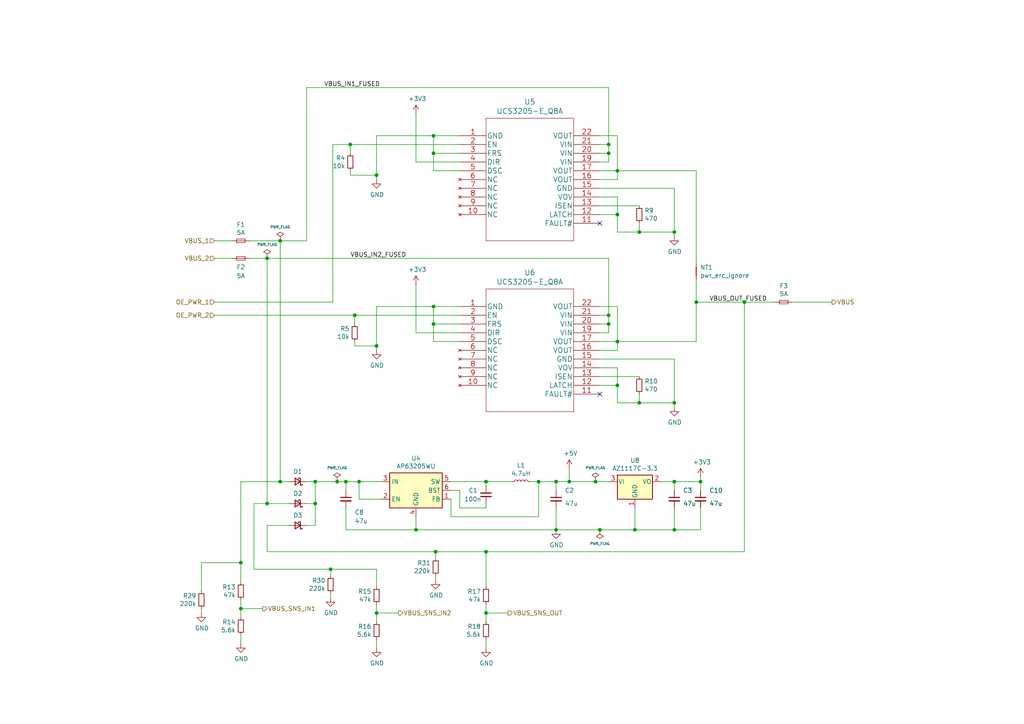
<source format=kicad_sch>
(kicad_sch (version 20231120) (generator "eeschema") (generator_version "8.0")
  (paper "A4")
  (lib_symbols
    (symbol "Device:C_Small" (pin_numbers hide) (pin_names (offset 0.254) hide)
      (property "Reference" "C" (at 0.254 1.778 0))
      (property "Value" "C_Small" (at 0.254 -2.032 0))
      (symbol "C_Small_0_1"
        (polyline (pts (xy -1.524 -0.508) (xy 1.524 -0.508)) (stroke (width 0.3302)))
        (polyline (pts (xy -1.524 0.508) (xy 1.524 0.508)) (stroke (width 0.3048)))
      )
      (symbol "C_Small_1_1"
        (pin passive line (at 0 2.54 270) (length 2.032) (name "~") (number "1"))
        (pin passive line (at 0 -2.54 90) (length 2.032) (name "~") (number "2"))
      )
    )
    (symbol "Device:D_Schottky_Small" (pin_numbers hide) (pin_names (offset 0.254) hide)
      (property "Reference" "D" (at -1.27 2.032 0))
      (property "Value" "D_Schottky_Small" (at -7.112 -2.032 0))
      (symbol "D_Schottky_Small_0_1"
        (polyline (pts (xy -0.762 0) (xy 0.762 0)))
        (polyline (pts (xy 0.762 -1.016) (xy -0.762 0) (xy 0.762 1.016) (xy 0.762 -1.016)) (stroke (width 0.254)))
        (polyline (pts (xy -1.27 0.762) (xy -1.27 1.016) (xy -0.762 1.016) (xy -0.762 -1.016) (xy -0.254 -1.016) (xy -0.254 -0.762)) (stroke (width 0.254)))
      )
      (symbol "D_Schottky_Small_1_1"
        (pin passive line (at -2.54 0 0) (length 1.778) (name "K") (number "1"))
        (pin passive line (at 2.54 0 180) (length 1.778) (name "A") (number "2"))
      )
    )
    (symbol "Device:Fuse_Small" (pin_numbers hide) (pin_names (offset 0.254) hide)
      (property "Reference" "F" (at 0 -1.524 0))
      (property "Value" "Fuse_Small" (at 0 1.524 0))
      (symbol "Fuse_Small_0_1"
        (rectangle (start -1.27 0.508) (end 1.27 -0.508))
        (polyline (pts (xy -1.27 0) (xy 1.27 0)))
      )
      (symbol "Fuse_Small_1_1"
        (pin passive line (at -2.54 0 0) (length 1.27) (name "~") (number "1"))
        (pin passive line (at 2.54 0 180) (length 1.27) (name "~") (number "2"))
      )
    )
    (symbol "Device:L_Small" (pin_numbers hide) (pin_names (offset 0.254) hide)
      (property "Reference" "L" (at 0.762 1.016 0))
      (property "Value" "L_Small" (at 0.762 -1.016 0))
      (symbol "L_Small_0_1"
        (arc (start 0 -2.032) (mid 0.5058 -1.524) (end 0 -1.016))
        (arc (start 0 -1.016) (mid 0.5058 -0.508) (end 0 0))
        (arc (start 0 0) (mid 0.5058 0.508) (end 0 1.016))
        (arc (start 0 1.016) (mid 0.5058 1.524) (end 0 2.032))
      )
      (symbol "L_Small_1_1"
        (pin passive line (at 0 2.54 270) (length 0.508) (name "~") (number "1"))
        (pin passive line (at 0 -2.54 90) (length 0.508) (name "~") (number "2"))
      )
    )
    (symbol "Device:R_Small" (pin_numbers hide) (pin_names (offset 0.254) hide)
      (property "Reference" "R" (at 0.762 0.508 0))
      (property "Value" "R_Small" (at 0.762 -1.016 0))
      (symbol "R_Small_0_1"
        (rectangle (start -0.762 1.778) (end 0.762 -1.778) (stroke (width 0.2032)))
      )
      (symbol "R_Small_1_1"
        (pin passive line (at 0 2.54 270) (length 0.762) (name "~") (number "1"))
        (pin passive line (at 0 -2.54 90) (length 0.762) (name "~") (number "2"))
      )
    )
    (symbol "Regulator_Linear:AZ1117-3.3" (pin_names (offset 0.254))
      (property "Reference" "U" (at -3.81 3.175 0))
      (property "Value" "AZ1117-3.3" (at 0 3.175 0))
      (symbol "AZ1117-3.3_0_1"
        (rectangle (start -5.08 1.905) (end 5.08 -5.08) (stroke (width 0.254)) (fill (type background)))
      )
      (symbol "AZ1117-3.3_1_1"
        (pin power_in line (at 0 -7.62 90) (length 2.54) (name "GND") (number "1"))
        (pin power_out line (at 7.62 0 180) (length 2.54) (name "VO") (number "2"))
        (pin power_in line (at -7.62 0 0) (length 2.54) (name "VI") (number "3"))
      )
    )
    (symbol "Regulator_Switching:AP63205WU"
      (property "Reference" "U" (at -7.62 6.35 0))
      (property "Value" "AP63205WU" (at 2.54 6.35 0))
      (symbol "AP63205WU_0_1"
        (rectangle (start -7.62 5.08) (end 7.62 -5.08) (stroke (width 0.254)) (fill (type background)))
      )
      (symbol "AP63205WU_1_1"
        (pin input line (at 10.16 -2.54 180) (length 2.54) (name "FB") (number "1"))
        (pin input line (at -10.16 -2.54 0) (length 2.54) (name "EN") (number "2"))
        (pin power_in line (at -10.16 2.54 0) (length 2.54) (name "IN") (number "3"))
        (pin power_in line (at 0 -7.62 90) (length 2.54) (name "GND") (number "4"))
        (pin output line (at 10.16 2.54 180) (length 2.54) (name "SW") (number "5"))
        (pin passive line (at 10.16 0 180) (length 2.54) (name "BST") (number "6"))
      )
    )
    (symbol "USB-TypeC-Switch-rescue:+3.3V-power" (power) (pin_names (offset 0))
      (property "Value" "+3.3V-power" (at 0 3.556 0))
      (symbol "+3.3V-power_0_1"
        (polyline (pts (xy -0.762 1.27) (xy 0 2.54)))
        (polyline (pts (xy 0 0) (xy 0 2.54)))
        (polyline (pts (xy 0 2.54) (xy 0.762 1.27)))
      )
      (symbol "+3.3V-power_1_1"
        (pin power_in line (at 0 0 90) (length 0) hide (name "+3V3") (number "1"))
      )
    )
    (symbol "USB-TypeC-Switch-rescue:Net-Tie_2-Device" (pin_numbers hide) (pin_names (offset 0) hide)
      (property "Reference" "NT" (at 0 1.27 0))
      (property "Value" "Net-Tie_2-Device" (at 0 -1.27 0))
      (symbol "Net-Tie_2-Device_0_1"
        (polyline (pts (xy -1.27 0) (xy 1.27 0)) (stroke (width 0.254)))
      )
      (symbol "Net-Tie_2-Device_1_1"
        (pin passive line (at -2.54 0 0) (length 2.54) (name "1") (number "1"))
        (pin passive line (at 2.54 0 180) (length 2.54) (name "2") (number "2"))
      )
    )
    (symbol "USB-TypeC-Switch-rescue:UCS3205-E_Q8A-UCS3205_seq" (pin_names (offset 0.254))
      (property "Reference" "U" (at 20.32 10.16 0))
      (property "Value" "UCS3205-E_Q8A-UCS3205_seq" (at 20.32 7.62 0))
      (symbol "UCS3205-E_Q8A-UCS3205_seq_1_1"
        (polyline (pts (xy 7.62 -30.48) (xy 33.02 -30.48)) (stroke (width 0.127)))
        (polyline (pts (xy 7.62 5.08) (xy 7.62 -30.48)) (stroke (width 0.127)))
        (polyline (pts (xy 33.02 -30.48) (xy 33.02 5.08)) (stroke (width 0.127)))
        (polyline (pts (xy 33.02 5.08) (xy 7.62 5.08)) (stroke (width 0.127)))
        (pin power_in line (at 0 0 0) (length 7.62) (name "GND") (number "1"))
        (pin no_connect line (at 0 -22.86 0) (length 7.62) (name "NC") (number "10"))
        (pin output line (at 40.64 -25.4 180) (length 7.62) (name "FAULT#") (number "11"))
        (pin input line (at 40.64 -22.86 180) (length 7.62) (name "LATCH") (number "12"))
        (pin input line (at 40.64 -20.32 180) (length 7.62) (name "ISEN") (number "13"))
        (pin input line (at 40.64 -17.78 180) (length 7.62) (name "VOV") (number "14"))
        (pin power_in line (at 40.64 -15.24 180) (length 7.62) (name "GND") (number "15"))
        (pin input line (at 40.64 -12.7 180) (length 7.62) (name "VOUT") (number "16"))
        (pin input line (at 40.64 -10.16 180) (length 7.62) (name "VOUT") (number "17"))
        (pin power_in line (at 40.64 -7.62 180) (length 7.62) (name "VIN") (number "19"))
        (pin input line (at 0 -2.54 0) (length 7.62) (name "EN") (number "2"))
        (pin power_in line (at 40.64 -5.08 180) (length 7.62) (name "VIN") (number "20"))
        (pin power_in line (at 40.64 -2.54 180) (length 7.62) (name "VIN") (number "21"))
        (pin output line (at 40.64 0 180) (length 7.62) (name "VOUT") (number "22"))
        (pin input line (at 0 -5.08 0) (length 7.62) (name "FRS") (number "3"))
        (pin input line (at 0 -7.62 0) (length 7.62) (name "DIR") (number "4"))
        (pin input line (at 0 -10.16 0) (length 7.62) (name "DSC") (number "5"))
        (pin no_connect line (at 0 -12.7 0) (length 7.62) (name "NC") (number "6"))
        (pin no_connect line (at 0 -15.24 0) (length 7.62) (name "NC") (number "7"))
        (pin no_connect line (at 0 -17.78 0) (length 7.62) (name "NC") (number "8"))
        (pin no_connect line (at 0 -20.32 0) (length 7.62) (name "NC") (number "9"))
      )
    )
    (symbol "power:+5V" (power) (pin_names (offset 0))
      (property "Value" "+5V" (at 0 3.556 0))
      (symbol "+5V_0_1"
        (polyline (pts (xy -0.762 1.27) (xy 0 2.54)))
        (polyline (pts (xy 0 0) (xy 0 2.54)))
        (polyline (pts (xy 0 2.54) (xy 0.762 1.27)))
      )
      (symbol "+5V_1_1"
        (pin power_in line (at 0 0 90) (length 0) hide (name "+5V") (number "1"))
      )
    )
    (symbol "power:GND" (power) (pin_names (offset 0))
      (property "Value" "GND" (at 0 -3.81 0))
      (symbol "GND_0_1"
        (polyline (pts (xy 0 0) (xy 0 -1.27) (xy 1.27 -1.27) (xy 0 -2.54) (xy -1.27 -1.27) (xy 0 -1.27)))
      )
      (symbol "GND_1_1"
        (pin power_in line (at 0 0 270) (length 0) hide (name "GND") (number "1"))
      )
    )
    (symbol "power:PWR_FLAG" (power) (pin_numbers hide) (pin_names (offset 0) hide)
      (property "Value" "PWR_FLAG" (at 0 3.81 0))
      (symbol "PWR_FLAG_0_0"
        (pin power_out line (at 0 0 90) (length 0) (name "pwr") (number "1"))
      )
      (symbol "PWR_FLAG_0_1"
        (polyline (pts (xy 0 0) (xy 0 1.27) (xy -1.016 1.905) (xy 0 2.54) (xy 1.016 1.905) (xy 0 1.27)))
      )
    )
  )
  (junction (at 109.22 100.33))
  (junction (at 185.42 67.31))
  (junction (at 125.73 39.37))
  (junction (at 179.07 49.53))
  (junction (at 125.73 44.45))
  (junction (at 161.29 139.7))
  (junction (at 172.72 139.7))
  (junction (at 91.44 139.7))
  (junction (at 201.93 87.63))
  (junction (at 91.44 146.05))
  (junction (at 140.97 177.8))
  (junction (at 100.33 139.7))
  (junction (at 77.47 74.93))
  (junction (at 179.07 111.76))
  (junction (at 195.58 153.67))
  (junction (at 97.79 139.7))
  (junction (at 109.22 50.8))
  (junction (at 77.47 146.05))
  (junction (at 176.53 41.91))
  (junction (at 109.22 177.8))
  (junction (at 173.99 153.67))
  (junction (at 165.1 139.7))
  (junction (at 126.365 160.02))
  (junction (at 203.2 139.7))
  (junction (at 95.885 165.1))
  (junction (at 125.73 88.9))
  (junction (at 176.53 93.98))
  (junction (at 184.15 153.67))
  (junction (at 156.21 139.7))
  (junction (at 102.87 91.44))
  (junction (at 179.07 62.23))
  (junction (at 176.53 91.44))
  (junction (at 104.14 139.7))
  (junction (at 195.58 67.31))
  (junction (at 101.6 41.91))
  (junction (at 140.97 139.7))
  (junction (at 120.65 153.67))
  (junction (at 195.58 116.84))
  (junction (at 69.85 176.53))
  (junction (at 69.85 163.195))
  (junction (at 81.28 69.85))
  (junction (at 81.28 139.7))
  (junction (at 185.42 116.84))
  (junction (at 140.97 160.02))
  (junction (at 215.9 87.63))
  (junction (at 195.58 139.7))
  (junction (at 161.29 153.67))
  (junction (at 125.73 93.98))
  (junction (at 179.07 99.06))
  (junction (at 176.53 44.45))
  (no_connect (at 173.99 64.77))
  (no_connect (at 173.99 114.3))
  (wire (pts (xy 58.42 163.195) (xy 69.85 163.195)))
  (wire (pts (xy 115.57 177.8) (xy 109.22 177.8)))
  (wire (pts (xy 179.07 116.84) (xy 185.42 116.84)))
  (wire (pts (xy 148.59 139.7) (xy 140.97 139.7)))
  (wire (pts (xy 133.35 46.99) (xy 120.65 46.99)))
  (wire (pts (xy 125.73 93.98) (xy 133.35 93.98)))
  (wire (pts (xy 126.365 167.005) (xy 126.365 168.275)))
  (wire (pts (xy 125.73 44.45) (xy 133.35 44.45)))
  (wire (pts (xy 77.47 146.05) (xy 77.47 74.93)))
  (wire (pts (xy 185.42 67.31) (xy 195.58 67.31)))
  (wire (pts (xy 62.23 74.93) (xy 67.31 74.93)))
  (wire (pts (xy 96.52 87.63) (xy 96.52 41.91)))
  (wire (pts (xy 109.22 88.9) (xy 109.22 100.33)))
  (wire (pts (xy 102.87 99.06) (xy 102.87 100.33)))
  (wire (pts (xy 176.53 44.45) (xy 176.53 41.91)))
  (wire (pts (xy 133.35 41.91) (xy 101.6 41.91)))
  (wire (pts (xy 133.35 88.9) (xy 125.73 88.9)))
  (wire (pts (xy 161.29 147.32) (xy 161.29 153.67)))
  (wire (pts (xy 195.58 54.61) (xy 195.58 67.31)))
  (wire (pts (xy 176.53 91.44) (xy 176.53 93.98)))
  (wire (pts (xy 161.29 139.7) (xy 161.29 142.24)))
  (wire (pts (xy 184.15 147.32) (xy 184.15 153.67)))
  (wire (pts (xy 133.35 39.37) (xy 125.73 39.37)))
  (wire (pts (xy 91.44 146.05) (xy 88.9 146.05)))
  (wire (pts (xy 81.28 139.7) (xy 83.82 139.7)))
  (wire (pts (xy 120.65 153.67) (xy 120.65 149.86)))
  (wire (pts (xy 91.44 139.7) (xy 97.79 139.7)))
  (wire (pts (xy 69.85 173.99) (xy 69.85 176.53)))
  (wire (pts (xy 179.07 52.07) (xy 179.07 49.53)))
  (wire (pts (xy 77.47 74.93) (xy 176.53 74.93)))
  (wire (pts (xy 173.99 109.22) (xy 185.42 109.22)))
  (wire (pts (xy 203.2 139.7) (xy 203.2 142.24)))
  (wire (pts (xy 176.53 25.4) (xy 176.53 41.91)))
  (wire (pts (xy 104.14 144.78) (xy 104.14 139.7)))
  (wire (pts (xy 179.07 62.23) (xy 179.07 67.31)))
  (wire (pts (xy 147.32 177.8) (xy 140.97 177.8)))
  (wire (pts (xy 58.42 163.195) (xy 58.42 171.45)))
  (wire (pts (xy 140.97 185.42) (xy 140.97 187.96)))
  (wire (pts (xy 91.44 152.4) (xy 88.9 152.4)))
  (wire (pts (xy 215.9 87.63) (xy 215.9 160.02)))
  (wire (pts (xy 176.53 41.91) (xy 173.99 41.91)))
  (wire (pts (xy 179.07 99.06) (xy 179.07 88.9)))
  (wire (pts (xy 88.9 25.4) (xy 88.9 69.85)))
  (wire (pts (xy 130.81 144.78) (xy 130.81 149.86)))
  (wire (pts (xy 140.97 139.7) (xy 140.97 140.97)))
  (wire (pts (xy 109.22 50.8) (xy 109.22 52.07)))
  (wire (pts (xy 69.85 163.195) (xy 69.85 168.91)))
  (wire (pts (xy 101.6 50.8) (xy 109.22 50.8)))
  (wire (pts (xy 185.42 116.84) (xy 195.58 116.84)))
  (wire (pts (xy 125.73 44.45) (xy 125.73 39.37)))
  (wire (pts (xy 100.33 142.24) (xy 100.33 139.7)))
  (wire (pts (xy 179.07 106.68) (xy 179.07 111.76)))
  (wire (pts (xy 62.23 91.44) (xy 102.87 91.44)))
  (wire (pts (xy 161.29 153.67) (xy 173.99 153.67)))
  (wire (pts (xy 179.07 67.31) (xy 185.42 67.31)))
  (wire (pts (xy 203.2 138.43) (xy 203.2 139.7)))
  (wire (pts (xy 77.47 160.02) (xy 77.47 152.4)))
  (wire (pts (xy 126.365 160.02) (xy 140.97 160.02)))
  (wire (pts (xy 176.53 46.99) (xy 173.99 46.99)))
  (wire (pts (xy 215.9 87.63) (xy 224.79 87.63)))
  (wire (pts (xy 102.87 91.44) (xy 133.35 91.44)))
  (wire (pts (xy 72.39 69.85) (xy 81.28 69.85)))
  (wire (pts (xy 173.99 106.68) (xy 179.07 106.68)))
  (wire (pts (xy 195.58 153.67) (xy 195.58 147.32)))
  (wire (pts (xy 173.99 52.07) (xy 179.07 52.07)))
  (wire (pts (xy 184.15 153.67) (xy 195.58 153.67)))
  (wire (pts (xy 81.28 139.7) (xy 69.85 139.7)))
  (wire (pts (xy 161.29 139.7) (xy 165.1 139.7)))
  (wire (pts (xy 109.22 165.1) (xy 109.22 170.18)))
  (wire (pts (xy 69.85 176.53) (xy 69.85 179.07)))
  (wire (pts (xy 95.885 165.1) (xy 95.885 167.005)))
  (wire (pts (xy 179.07 39.37) (xy 179.07 49.53)))
  (wire (pts (xy 81.28 139.7) (xy 81.28 69.85)))
  (wire (pts (xy 140.97 160.02) (xy 215.9 160.02)))
  (wire (pts (xy 88.9 139.7) (xy 91.44 139.7)))
  (wire (pts (xy 173.99 62.23) (xy 179.07 62.23)))
  (wire (pts (xy 81.28 69.85) (xy 88.9 69.85)))
  (wire (pts (xy 179.07 101.6) (xy 179.07 99.06)))
  (wire (pts (xy 130.81 139.7) (xy 140.97 139.7)))
  (wire (pts (xy 173.99 99.06) (xy 179.07 99.06)))
  (wire (pts (xy 73.66 146.05) (xy 73.66 165.1)))
  (wire (pts (xy 91.44 146.05) (xy 91.44 152.4)))
  (wire (pts (xy 109.22 175.26) (xy 109.22 177.8)))
  (wire (pts (xy 133.35 142.24) (xy 133.35 147.32)))
  (wire (pts (xy 100.33 147.32) (xy 100.33 153.67)))
  (wire (pts (xy 173.99 39.37) (xy 179.07 39.37)))
  (wire (pts (xy 172.72 139.7) (xy 176.53 139.7)))
  (wire (pts (xy 201.93 87.63) (xy 215.9 87.63)))
  (wire (pts (xy 179.07 49.53) (xy 173.99 49.53)))
  (wire (pts (xy 176.53 91.44) (xy 176.53 74.93)))
  (wire (pts (xy 95.885 165.1) (xy 109.22 165.1)))
  (wire (pts (xy 173.99 104.14) (xy 195.58 104.14)))
  (wire (pts (xy 91.44 139.7) (xy 91.44 146.05)))
  (wire (pts (xy 133.35 147.32) (xy 140.97 147.32)))
  (wire (pts (xy 173.99 57.15) (xy 179.07 57.15)))
  (wire (pts (xy 77.47 152.4) (xy 83.82 152.4)))
  (wire (pts (xy 88.9 25.4) (xy 176.53 25.4)))
  (wire (pts (xy 173.99 59.69) (xy 185.42 59.69)))
  (wire (pts (xy 156.21 139.7) (xy 161.29 139.7)))
  (wire (pts (xy 195.58 116.84) (xy 195.58 118.11)))
  (wire (pts (xy 203.2 153.67) (xy 195.58 153.67)))
  (wire (pts (xy 179.07 111.76) (xy 179.07 116.84)))
  (wire (pts (xy 140.97 177.8) (xy 140.97 180.34)))
  (wire (pts (xy 72.39 74.93) (xy 77.47 74.93)))
  (wire (pts (xy 173.99 54.61) (xy 195.58 54.61)))
  (wire (pts (xy 179.07 99.06) (xy 201.93 99.06)))
  (wire (pts (xy 176.53 96.52) (xy 173.99 96.52)))
  (wire (pts (xy 173.99 101.6) (xy 179.07 101.6)))
  (wire (pts (xy 179.07 49.53) (xy 201.93 49.53)))
  (wire (pts (xy 125.73 99.06) (xy 133.35 99.06)))
  (wire (pts (xy 109.22 177.8) (xy 109.22 180.34)))
  (wire (pts (xy 62.23 87.63) (xy 96.52 87.63)))
  (wire (pts (xy 130.81 142.24) (xy 133.35 142.24)))
  (wire (pts (xy 185.42 64.77) (xy 185.42 67.31)))
  (wire (pts (xy 109.22 100.33) (xy 109.22 101.6)))
  (wire (pts (xy 173.99 153.67) (xy 184.15 153.67)))
  (wire (pts (xy 130.81 149.86) (xy 156.21 149.86)))
  (wire (pts (xy 179.07 57.15) (xy 179.07 62.23)))
  (wire (pts (xy 73.66 165.1) (xy 95.885 165.1)))
  (wire (pts (xy 125.73 88.9) (xy 109.22 88.9)))
  (wire (pts (xy 69.85 139.7) (xy 69.85 163.195)))
  (wire (pts (xy 140.97 146.05) (xy 140.97 147.32)))
  (wire (pts (xy 95.885 172.085) (xy 95.885 173.355)))
  (wire (pts (xy 201.93 81.28) (xy 201.93 87.63)))
  (wire (pts (xy 101.6 41.91) (xy 101.6 44.45)))
  (wire (pts (xy 195.58 142.24) (xy 195.58 139.7)))
  (wire (pts (xy 133.35 49.53) (xy 125.73 49.53)))
  (wire (pts (xy 110.49 144.78) (xy 104.14 144.78)))
  (wire (pts (xy 69.85 184.15) (xy 69.85 186.69)))
  (wire (pts (xy 125.73 49.53) (xy 125.73 44.45)))
  (wire (pts (xy 58.42 176.53) (xy 58.42 177.8)))
  (wire (pts (xy 101.6 49.53) (xy 101.6 50.8)))
  (wire (pts (xy 97.79 139.7) (xy 100.33 139.7)))
  (wire (pts (xy 125.73 93.98) (xy 125.73 99.06)))
  (wire (pts (xy 77.47 160.02) (xy 126.365 160.02)))
  (wire (pts (xy 195.58 67.31) (xy 195.58 68.58)))
  (wire (pts (xy 126.365 160.02) (xy 126.365 161.925)))
  (wire (pts (xy 191.77 139.7) (xy 195.58 139.7)))
  (wire (pts (xy 203.2 153.67) (xy 203.2 147.32)))
  (wire (pts (xy 120.65 96.52) (xy 120.65 82.55)))
  (wire (pts (xy 77.47 146.05) (xy 73.66 146.05)))
  (wire (pts (xy 173.99 91.44) (xy 176.53 91.44)))
  (wire (pts (xy 195.58 139.7) (xy 203.2 139.7)))
  (wire (pts (xy 104.14 139.7) (xy 110.49 139.7)))
  (wire (pts (xy 153.67 139.7) (xy 156.21 139.7)))
  (wire (pts (xy 109.22 185.42) (xy 109.22 187.96)))
  (wire (pts (xy 62.23 69.85) (xy 67.31 69.85)))
  (wire (pts (xy 176.53 93.98) (xy 173.99 93.98)))
  (wire (pts (xy 120.65 46.99) (xy 120.65 33.02)))
  (wire (pts (xy 173.99 44.45) (xy 176.53 44.45)))
  (wire (pts (xy 102.87 100.33) (xy 109.22 100.33)))
  (wire (pts (xy 173.99 111.76) (xy 179.07 111.76)))
  (wire (pts (xy 120.65 153.67) (xy 161.29 153.67)))
  (wire (pts (xy 156.21 139.7) (xy 156.21 149.86)))
  (wire (pts (xy 125.73 39.37) (xy 109.22 39.37)))
  (wire (pts (xy 165.1 135.89) (xy 165.1 139.7)))
  (wire (pts (xy 100.33 153.67) (xy 120.65 153.67)))
  (wire (pts (xy 185.42 114.3) (xy 185.42 116.84)))
  (wire (pts (xy 179.07 88.9) (xy 173.99 88.9)))
  (wire (pts (xy 229.87 87.63) (xy 241.3 87.63)))
  (wire (pts (xy 165.1 139.7) (xy 172.72 139.7)))
  (wire (pts (xy 140.97 175.26) (xy 140.97 177.8)))
  (wire (pts (xy 102.87 93.98) (xy 102.87 91.44)))
  (wire (pts (xy 176.53 44.45) (xy 176.53 46.99)))
  (wire (pts (xy 195.58 104.14) (xy 195.58 116.84)))
  (wire (pts (xy 77.47 146.05) (xy 83.82 146.05)))
  (wire (pts (xy 201.93 99.06) (xy 201.93 87.63)))
  (wire (pts (xy 133.35 96.52) (xy 120.65 96.52)))
  (wire (pts (xy 176.53 93.98) (xy 176.53 96.52)))
  (wire (pts (xy 100.33 139.7) (xy 104.14 139.7)))
  (wire (pts (xy 101.6 41.91) (xy 96.52 41.91)))
  (wire (pts (xy 69.85 176.53) (xy 76.2 176.53)))
  (wire (pts (xy 201.93 49.53) (xy 201.93 76.2)))
  (wire (pts (xy 140.97 160.02) (xy 140.97 170.18)))
  (wire (pts (xy 109.22 39.37) (xy 109.22 50.8)))
  (wire (pts (xy 125.73 88.9) (xy 125.73 93.98)))
  (label "VBUS_IN1_FUSED" (at 93.98 25.4 0))
  (label "VBUS_IN2_FUSED" (at 101.6 74.93 0))
  (label "VBUS_OUT_FUSED" (at 205.74 87.63 0))
  (hierarchical_label "OE_PWR_2" (shape input) (at 62.23 91.44 180))
  (hierarchical_label "VBUS_SNS_OUT" (shape output) (at 147.32 177.8 0))
  (hierarchical_label "VBUS" (shape output) (at 241.3 87.63 0))
  (hierarchical_label "VBUS_SNS_IN2" (shape output) (at 115.57 177.8 0))
  (hierarchical_label "VBUS_SNS_IN1" (shape output) (at 76.2 176.53 0))
  (hierarchical_label "OE_PWR_1" (shape input) (at 62.23 87.63 180))
  (hierarchical_label "VBUS_2" (shape input) (at 62.23 74.93 180))
  (hierarchical_label "VBUS_1" (shape input) (at 62.23 69.85 180))
  (symbol (lib_id "Device:R_Small") (at 101.6 46.99 0) (mirror x) (unit 1)
    (property "Reference" "R4" (at 100.1268 45.8216 0) (effects (justify right)))
    (property "Value" "10k" (at 100.1268 48.133 0) (effects (justify right)))
    (property "Footprint" "Resistor_SMD:R_0603_1608Metric" (effects (hide yes)))
  )
  (symbol (lib_id "Device:R_Small") (at 102.87 96.52 0) (mirror x) (unit 1)
    (property "Reference" "R5" (at 101.3968 95.3516 0) (effects (justify right)))
    (property "Value" "10k" (at 101.3968 97.663 0) (effects (justify right)))
    (property "Footprint" "Resistor_SMD:R_0603_1608Metric" (effects (hide yes)))
  )
  (symbol (lib_id "Device:C_Small") (at 100.33 144.78 0) (unit 1)
    (property "Reference" "C8" (at 102.87 148.59 0) (effects (justify left)))
    (property "Value" "47u" (at 102.87 151.13 0) (effects (justify left)))
    (property "Footprint" "Capacitor_SMD:C_1206_3216Metric" (effects (hide yes)))
  )
  (symbol (lib_id "Device:D_Schottky_Small") (at 86.36 139.7 180) (unit 1)
    (property "Reference" "D1" (at 86.36 136.779 0))
    (property "Value" "D_Schottky_Small" (effects (hide yes)))
    (property "Footprint" "Diode_SMD:D_SOD-323" (effects (hide yes)))
  )
  (symbol (lib_id "Device:D_Schottky_Small") (at 86.36 146.05 180) (unit 1)
    (property "Reference" "D2" (at 86.36 143.129 0))
    (property "Value" "D_Schottky_Small" (effects (hide yes)))
    (property "Footprint" "Diode_SMD:D_SOD-323" (effects (hide yes)))
  )
  (symbol (lib_id "Device:D_Schottky_Small") (at 86.36 152.4 180) (unit 1)
    (property "Reference" "D3" (at 86.36 149.479 0))
    (property "Value" "D_Schottky_Small" (effects (hide yes)))
    (property "Footprint" "Diode_SMD:D_SOD-323" (effects (hide yes)))
  )
  (symbol (lib_id "Device:C_Small") (at 203.2 144.78 0) (unit 1)
    (property "Reference" "C10" (at 205.74 142.24 0) (effects (justify left)))
    (property "Value" "47u" (at 205.74 146.05 0) (effects (justify left)))
    (property "Footprint" "Capacitor_SMD:C_1206_3216Metric" (effects (hide yes)))
  )
  (symbol (lib_id "USB-TypeC-Switch-rescue:UCS3205-E_Q8A-UCS3205_seq") (at 133.35 39.37 0) (unit 1)
    (property "Reference" "U5" (at 153.67 29.5402 0) (effects (font (size 1.524 1.524))))
    (property "Value" "UCS3205-E_Q8A" (at 153.67 32.2326 0) (effects (font (size 1.524 1.524))))
    (property "Footprint" "custom:UCS3205-E&slash_Q8A" (effects (hide yes)))
  )
  (symbol (lib_id "USB-TypeC-Switch-rescue:UCS3205-E_Q8A-UCS3205_seq") (at 133.35 88.9 0) (unit 1)
    (property "Reference" "U6" (at 153.67 79.0702 0) (effects (font (size 1.524 1.524))))
    (property "Value" "UCS3205-E_Q8A" (at 153.67 81.7626 0) (effects (font (size 1.524 1.524))))
    (property "Footprint" "custom:UCS3205-E&slash_Q8A" (effects (hide yes)))
  )
  (symbol (lib_id "power:GND") (at 195.58 68.58 0) (unit 1)
    (property "Reference" "#PWR017" (effects (hide yes)))
    (property "Value" "GND" (at 195.707 72.9742 0))
  )
  (symbol (lib_id "power:GND") (at 109.22 52.07 0) (unit 1)
    (property "Reference" "#PWR010" (effects (hide yes)))
    (property "Value" "GND" (at 109.347 56.4642 0))
  )
  (symbol (lib_id "power:GND") (at 109.22 101.6 0) (unit 1)
    (property "Reference" "#PWR012" (effects (hide yes)))
    (property "Value" "GND" (at 109.347 105.9942 0))
  )
  (symbol (lib_id "USB-TypeC-Switch-rescue:+3.3V-power") (at 120.65 33.02 0) (unit 1)
    (property "Reference" "#PWR013" (effects (hide yes)))
    (property "Value" "+3V3" (at 121.031 28.6258 0))
  )
  (symbol (lib_id "USB-TypeC-Switch-rescue:+3.3V-power") (at 120.65 82.55 0) (unit 1)
    (property "Reference" "#PWR014" (effects (hide yes)))
    (property "Value" "+3V3" (at 121.031 78.1558 0))
  )
  (symbol (lib_id "Device:R_Small") (at 185.42 62.23 0) (unit 1)
    (property "Reference" "R9" (at 186.9186 61.0616 0) (effects (justify left)))
    (property "Value" "470" (at 186.9186 63.373 0) (effects (justify left)))
    (property "Footprint" "Resistor_SMD:R_0603_1608Metric" (effects (hide yes)))
  )
  (symbol (lib_id "power:GND") (at 195.58 118.11 0) (unit 1)
    (property "Reference" "#PWR023" (effects (hide yes)))
    (property "Value" "GND" (at 195.707 122.5042 0))
  )
  (symbol (lib_id "Device:R_Small") (at 185.42 111.76 0) (unit 1)
    (property "Reference" "R10" (at 186.9186 110.5916 0) (effects (justify left)))
    (property "Value" "470" (at 186.9186 112.903 0) (effects (justify left)))
    (property "Footprint" "Resistor_SMD:R_0603_1608Metric" (effects (hide yes)))
  )
  (symbol (lib_id "Regulator_Switching:AP63205WU") (at 120.65 142.24 0) (unit 1)
    (property "Reference" "U4" (at 120.65 132.9182 0))
    (property "Value" "AP63205WU" (at 120.65 135.2296 0))
    (property "Footprint" "Package_TO_SOT_SMD:TSOT-23-6" (effects (hide yes)))
    (property "Datasheet" "https://www.diodes.com/assets/Datasheets/AP63200-AP63201-AP63203-AP63205.pdf" (effects (hide yes)))
  )
  (symbol (lib_id "Device:Fuse_Small") (at 69.85 69.85 0) (unit 1)
    (property "Reference" "F1" (at 69.85 65.151 0))
    (property "Value" "5A" (at 69.85 67.4624 0))
    (property "Footprint" "Fuse:Fuse_0603_1608Metric" (effects (hide yes)))
  )
  (symbol (lib_id "Device:Fuse_Small") (at 69.85 74.93 0) (unit 1)
    (property "Reference" "F2" (at 69.85 77.47 0))
    (property "Value" "5A" (at 69.85 80.01 0))
    (property "Footprint" "Fuse:Fuse_0603_1608Metric" (effects (hide yes)))
  )
  (symbol (lib_id "Device:Fuse_Small") (at 227.33 87.63 0) (unit 1)
    (property "Reference" "F3" (at 227.33 82.931 0))
    (property "Value" "5A" (at 227.33 85.2424 0))
    (property "Footprint" "Fuse:Fuse_0603_1608Metric" (effects (hide yes)))
  )
  (symbol (lib_id "Device:C_Small") (at 140.97 143.51 0) (unit 1)
    (property "Reference" "C1" (at 135.89 142.24 0) (effects (justify left)))
    (property "Value" "100n" (at 134.62 144.78 0) (effects (justify left)))
    (property "Footprint" "Capacitor_SMD:C_0603_1608Metric" (effects (hide yes)))
  )
  (symbol (lib_id "Device:L_Small") (at 151.13 139.7 90) (unit 1)
    (property "Reference" "L1" (at 151.13 135.001 90))
    (property "Value" "4.7uH" (at 151.13 137.3124 90))
    (property "Footprint" "Inductor_SMD:L_0805_2012Metric" (effects (hide yes)))
  )
  (symbol (lib_id "power:GND") (at 161.29 153.67 0) (unit 1)
    (property "Reference" "#PWR015" (effects (hide yes)))
    (property "Value" "GND" (at 161.417 158.0642 0))
  )
  (symbol (lib_id "Device:C_Small") (at 161.29 144.78 0) (unit 1)
    (property "Reference" "C2" (at 163.83 142.24 0) (effects (justify left)))
    (property "Value" "47u" (at 163.83 146.05 0) (effects (justify left)))
    (property "Footprint" "Capacitor_SMD:C_1206_3216Metric" (effects (hide yes)))
  )
  (symbol (lib_id "power:+5V") (at 165.1 135.89 0) (unit 1)
    (property "Reference" "#PWR016" (effects (hide yes)))
    (property "Value" "+5V" (at 165.481 131.4958 0))
  )
  (symbol (lib_id "USB-TypeC-Switch-rescue:+3.3V-power") (at 203.2 138.43 0) (unit 1)
    (property "Reference" "#PWR024" (effects (hide yes)))
    (property "Value" "+3V3" (at 203.581 134.0358 0))
  )
  (symbol (lib_id "Device:C_Small") (at 195.58 144.78 0) (unit 1)
    (property "Reference" "C3" (at 198.12 142.24 0) (effects (justify left)))
    (property "Value" "47u" (at 198.12 146.05 0) (effects (justify left)))
    (property "Footprint" "Capacitor_SMD:C_1206_3216Metric" (effects (hide yes)))
  )
  (symbol (lib_id "Device:R_Small") (at 69.85 171.45 0) (mirror x) (unit 1)
    (property "Reference" "R13" (at 68.3768 170.2816 0) (effects (justify right)))
    (property "Value" "47k" (at 68.3768 172.593 0) (effects (justify right)))
    (property "Footprint" "Resistor_SMD:R_0603_1608Metric" (effects (hide yes)))
  )
  (symbol (lib_id "Device:R_Small") (at 69.85 181.61 0) (mirror x) (unit 1)
    (property "Reference" "R14" (at 68.3768 180.4416 0) (effects (justify right)))
    (property "Value" "5.6k" (at 68.3768 182.753 0) (effects (justify right)))
    (property "Footprint" "Resistor_SMD:R_0603_1608Metric" (effects (hide yes)))
  )
  (symbol (lib_id "power:GND") (at 69.85 186.69 0) (unit 1)
    (property "Reference" "#PWR028" (effects (hide yes)))
    (property "Value" "GND" (at 69.977 191.0842 0))
  )
  (symbol (lib_id "Device:R_Small") (at 109.22 172.72 0) (mirror x) (unit 1)
    (property "Reference" "R15" (at 107.7468 171.5516 0) (effects (justify right)))
    (property "Value" "47k" (at 107.7468 173.863 0) (effects (justify right)))
    (property "Footprint" "Resistor_SMD:R_0603_1608Metric" (effects (hide yes)))
  )
  (symbol (lib_id "Device:R_Small") (at 109.22 182.88 0) (mirror x) (unit 1)
    (property "Reference" "R16" (at 107.7468 181.7116 0) (effects (justify right)))
    (property "Value" "5.6k" (at 107.7468 184.023 0) (effects (justify right)))
    (property "Footprint" "Resistor_SMD:R_0603_1608Metric" (effects (hide yes)))
  )
  (symbol (lib_id "power:GND") (at 109.22 187.96 0) (unit 1)
    (property "Reference" "#PWR029" (effects (hide yes)))
    (property "Value" "GND" (at 109.347 192.3542 0))
  )
  (symbol (lib_id "Device:R_Small") (at 140.97 172.72 0) (mirror x) (unit 1)
    (property "Reference" "R17" (at 139.4968 171.5516 0) (effects (justify right)))
    (property "Value" "47k" (at 139.4968 173.863 0) (effects (justify right)))
    (property "Footprint" "Resistor_SMD:R_0603_1608Metric" (effects (hide yes)))
  )
  (symbol (lib_id "Device:R_Small") (at 140.97 182.88 0) (mirror x) (unit 1)
    (property "Reference" "R18" (at 139.4968 181.7116 0) (effects (justify right)))
    (property "Value" "5.6k" (at 139.4968 184.023 0) (effects (justify right)))
    (property "Footprint" "Resistor_SMD:R_0603_1608Metric" (effects (hide yes)))
  )
  (symbol (lib_id "power:GND") (at 140.97 187.96 0) (unit 1)
    (property "Reference" "#PWR030" (effects (hide yes)))
    (property "Value" "GND" (at 141.097 192.3542 0))
  )
  (symbol (lib_id "power:PWR_FLAG") (at 172.72 139.7 0) (unit 1)
    (property "Reference" "#FLG0102" (effects (hide yes)))
    (property "Value" "PWR_FLAG" (at 172.72 135.6868 0) (effects (font (size 0.762 0.762))))
  )
  (symbol (lib_id "power:PWR_FLAG") (at 173.99 153.67 0) (mirror x) (unit 1)
    (property "Reference" "#FLG0105" (effects (hide yes)))
    (property "Value" "PWR_FLAG" (at 173.99 157.6832 0) (effects (font (size 0.762 0.762))))
  )
  (symbol (lib_id "power:PWR_FLAG") (at 81.28 69.85 0) (unit 1)
    (property "Reference" "#FLG0103" (effects (hide yes)))
    (property "Value" "PWR_FLAG" (at 81.28 65.8368 0) (effects (font (size 0.762 0.762))))
  )
  (symbol (lib_id "power:PWR_FLAG") (at 77.47 74.93 0) (unit 1)
    (property "Reference" "#FLG0106" (effects (hide yes)))
    (property "Value" "PWR_FLAG" (at 77.47 70.9168 0) (effects (font (size 0.762 0.762))))
  )
  (symbol (lib_id "USB-TypeC-Switch-rescue:Net-Tie_2-Device") (at 201.93 78.74 270) (unit 1)
    (property "Reference" "NT1" (at 203.0476 77.5716 90) (effects (justify left)))
    (property "Value" "pwr_erc_ignore" (at 203.0476 79.883 90) (effects (justify left)))
    (property "Footprint" "NetTie:NetTie-2_SMD_Pad2.0mm" (effects (hide yes)))
  )
  (symbol (lib_id "power:PWR_FLAG") (at 97.79 139.7 0) (unit 1)
    (property "Reference" "#FLG0107" (effects (hide yes)))
    (property "Value" "PWR_FLAG" (at 97.79 135.6868 0) (effects (font (size 0.762 0.762))))
  )
  (symbol (lib_id "Regulator_Linear:AZ1117-3.3") (at 184.15 139.7 0) (unit 1)
    (property "Reference" "U8" (at 184.15 133.5532 0))
    (property "Value" "AZ1117C-3.3" (at 184.15 135.8646 0))
    (property "Footprint" "Package_TO_SOT_SMD:SOT-89-3" (effects (hide yes)))
    (property "Datasheet" "https://www.diodes.com/assets/Datasheets/AZ1117.pdf" (effects (hide yes)))
  )
  (symbol (lib_id "Device:R_Small") (at 126.365 164.465 0) (mirror x) (unit 1)
    (property "Reference" "R31" (at 124.8918 163.2966 0) (effects (justify right)))
    (property "Value" "220k" (at 124.8918 165.608 0) (effects (justify right)))
    (property "Footprint" "Resistor_SMD:R_0603_1608Metric" (effects (hide yes)))
  )
  (symbol (lib_id "power:GND") (at 58.42 177.8 0) (unit 1)
    (property "Reference" "#PWR06" (effects (hide yes)))
    (property "Value" "GND" (at 58.547 182.1942 0))
  )
  (symbol (lib_id "power:GND") (at 95.885 173.355 0) (unit 1)
    (property "Reference" "#PWR09" (effects (hide yes)))
    (property "Value" "GND" (at 96.012 177.7492 0))
  )
  (symbol (lib_id "Device:R_Small") (at 95.885 169.545 0) (mirror x) (unit 1)
    (property "Reference" "R30" (at 94.4118 168.3766 0) (effects (justify right)))
    (property "Value" "220k" (at 94.4118 170.688 0) (effects (justify right)))
    (property "Footprint" "Resistor_SMD:R_0603_1608Metric" (effects (hide yes)))
  )
  (symbol (lib_id "Device:R_Small") (at 58.42 173.99 0) (mirror x) (unit 1)
    (property "Reference" "R29" (at 56.9468 172.8216 0) (effects (justify right)))
    (property "Value" "220k" (at 56.9468 175.133 0) (effects (justify right)))
    (property "Footprint" "Resistor_SMD:R_0603_1608Metric" (effects (hide yes)))
  )
  (symbol (lib_id "power:GND") (at 126.365 168.275 0) (unit 1)
    (property "Reference" "#PWR025" (effects (hide yes)))
    (property "Value" "GND" (at 126.492 172.6692 0))
  )
)
</source>
